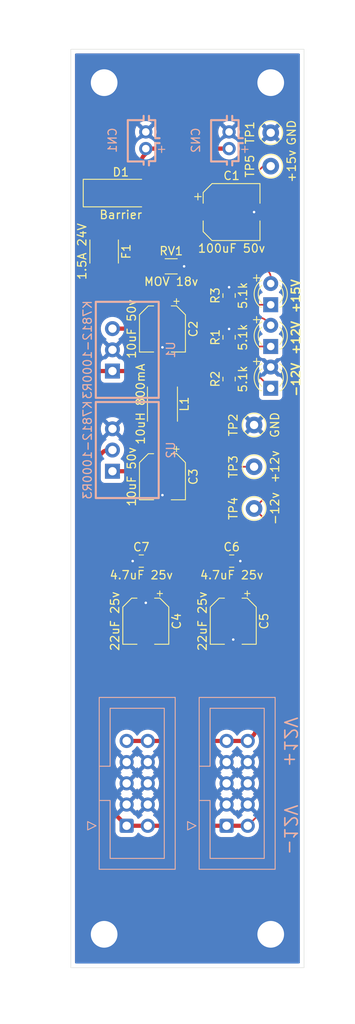
<source format=kicad_pcb>
(kicad_pcb (version 20241229) (generator "pcbnew") (generator_version "9.0")
  (layers (0 "F.Cu" signal) (2 "B.Cu" signal) (13 "F.Paste" user) (15 "B.Paste" user) (5 "F.SilkS" user "F.Silkscreen") (7 "B.SilkS" user "B.Silkscreen") (1 "F.Mask" user) (3 "B.Mask" user) (25 "Edge.Cuts" user))
  (net 0 "")
  (net 1 "GND")
  (net 2 "+15V")
  (net 3 "Net-(U2-Vin)")
  (net 4 "-12V")
  (net 5 "+12V")
  (net 6 "VIN")
  (net 7 "Net-(D1-K)")
  (net 8 "Net-(D2-K)")
  (net 9 "Net-(D3-K)")
  (net 10 "Net-(D4-K)")
  (footprint "TestPoint:TestPoint_Keystone_5000-5004_Miniature" (layer "F.Cu") (at 74 60 90)
    (property "Reference" "TP1" (at 0 -2.5 90) (layer "F.SilkS"))
    (property "Value" "GND" (at 0 2.5 90) (layer "F.SilkS"))
    (fp_circle (center 0 0) (end 1.4 0) (stroke (width 0.12)) (fill no) (layer "F.SilkS"))
    (pad "1" thru_hole circle (at 0 0 90) (size 2 2) (drill 1) (layers "*.Cu" "*.Mask") (net 1 "GND"))
  )
  (footprint "LED_THT:LED_D3.0mm" (layer "F.Cu") (at 74 85.6 90)
    (property "Reference" "D2" (hide yes))
    (property "Value" "LED" (hide yes))
    (fp_line (start -0.29 -1.236) (end -0.29 -1.08) (stroke (width 0.12)) (layer "F.SilkS"))
    (fp_line (start -0.29 1.08) (end -0.29 1.236) (stroke (width 0.12)) (layer "F.SilkS"))
    (fp_arc (start -0.29 -1.235516) (mid 1.36566 -1.987699) (end 2.941437 -1.08) (stroke (width 0.12)) (layer "F.SilkS"))
    (fp_arc (start 0.229039 -1.08) (mid 1.27 -1.5) (end 2.310961 -1.08) (stroke (width 0.12)) (layer "F.SilkS"))
    (fp_arc (start 2.941437 1.08) (mid 1.36566 1.987699) (end -0.29 1.235516) (stroke (width 0.12)) (layer "F.SilkS"))
    (fp_arc (start 2.310961 1.08) (mid 1.27 1.5) (end 0.229039 1.08) (stroke (width 0.12)) (layer "F.SilkS"))
    (pad "1" thru_hole rect (at 0 0 90) (size 1.8 1.8) (drill 0.9) (layers "*.Cu" "*.Mask") (net 8 "Net-(D2-K)"))
    (pad "2" thru_hole circle (at 2.54 0 90) (size 1.8 1.8) (drill 0.9) (layers "*.Cu" "*.Mask") (net 5 "+12V"))
  )
  (footprint "TestPoint:TestPoint_Keystone_5000-5004_Miniature" (layer "F.Cu") (at 74 64 90)
    (property "Reference" "TP5" (at 0 -2.5 90) (layer "F.SilkS"))
    (property "Value" "+15v" (at 0 2.5 90) (layer "F.SilkS"))
    (fp_circle (center 0 0) (end 1.4 0) (stroke (width 0.12)) (fill no) (layer "F.SilkS"))
    (pad "1" thru_hole circle (at 0 0 90) (size 2 2) (drill 1) (layers "*.Cu" "*.Mask") (net 2 "+15V"))
  )
  (footprint "MountingHole:MountingHole_3.2mm_M3_Pad" (layer "F.Cu") (at 74 54)
    (property "Reference" "H2" (hide yes))
    (property "Value" "~" (hide yes))
    (pad "1" thru_hole circle (at 0 0) (size 6.4 6.4) (drill 3.2) (layers "*.Cu" "*.Mask") (net 1 "GND"))
  )
  (footprint "Capacitor_SMD:CP_Elec_5x5.4" (layer "F.Cu") (at 69.5 118.5 -90)
    (property "Reference" "C5" (at 0 -3.7 90) (layer "F.SilkS"))
    (property "Value" "22uF 25v" (at 0 3.7 90) (layer "F.SilkS"))
    (fp_line (start -1.695563 2.76) (end 2.76 2.76) (stroke (width 0.12)) (layer "F.SilkS"))
    (fp_line (start 2.76 2.76) (end 2.76 1.06) (stroke (width 0.12)) (layer "F.SilkS"))
    (fp_line (start -2.76 1.695563) (end -1.695563 2.76) (stroke (width 0.12)) (layer "F.SilkS"))
    (fp_line (start -2.76 1.695563) (end -2.76 1.06) (stroke (width 0.12)) (layer "F.SilkS"))
    (fp_line (start -3.625 -1.685) (end -3 -1.685) (stroke (width 0.12)) (layer "F.SilkS"))
    (fp_line (start -2.76 -1.695563) (end -2.76 -1.06) (stroke (width 0.12)) (layer "F.SilkS"))
    (fp_line (start -2.76 -1.695563) (end -1.695563 -2.76) (stroke (width 0.12)) (layer "F.SilkS"))
    (fp_line (start -3.3125 -1.9975) (end -3.3125 -1.3725) (stroke (width 0.12)) (layer "F.SilkS"))
    (fp_line (start -1.695563 -2.76) (end 2.76 -2.76) (stroke (width 0.12)) (layer "F.SilkS"))
    (fp_line (start 2.76 -2.76) (end 2.76 -1.06) (stroke (width 0.12)) (layer "F.SilkS"))
    (pad "1" smd roundrect (at -2.2 0 270) (size 3 1.6) (layers "F.Cu" "F.Mask" "F.Paste") (roundrect_rratio 0.15625) (net 5 "+12V"))
    (pad "2" smd roundrect (at 2.2 0 270) (size 3 1.6) (layers "F.Cu" "F.Mask" "F.Paste") (roundrect_rratio 0.15625) (net 1 "GND"))
  )
  (footprint "Resistor_SMD:R_0805_2012Metric_Pad1.20x1.40mm_HandSolder" (layer "F.Cu") (at 69 79.5 90)
    (property "Reference" "R3" (at 0 -1.65 90) (layer "F.SilkS"))
    (property "Value" "5.1k" (at 0 1.65 90) (layer "F.SilkS"))
    (fp_line (start -0.227064 -0.735) (end 0.227064 -0.735) (stroke (width 0.12)) (layer "F.SilkS"))
    (fp_line (start -0.227064 0.735) (end 0.227064 0.735) (stroke (width 0.12)) (layer "F.SilkS"))
    (pad "1" smd roundrect (at -1 0 90) (size 1.2 1.4) (layers "F.Cu" "F.Mask" "F.Paste") (roundrect_rratio 0.208333) (net 10 "Net-(D4-K)"))
    (pad "2" smd roundrect (at 1 0 90) (size 1.2 1.4) (layers "F.Cu" "F.Mask" "F.Paste") (roundrect_rratio 0.208333) (net 1 "GND"))
  )
  (footprint "Capacitor_SMD:CP_Elec_5x5.4" (layer "F.Cu") (at 59 118.5 -90)
    (property "Reference" "C4" (at 0 -3.7 90) (layer "F.SilkS"))
    (property "Value" "22uF 25v" (at 0 3.7 90) (layer "F.SilkS"))
    (fp_line (start -1.695563 2.76) (end 2.76 2.76) (stroke (width 0.12)) (layer "F.SilkS"))
    (fp_line (start 2.76 2.76) (end 2.76 1.06) (stroke (width 0.12)) (layer "F.SilkS"))
    (fp_line (start -2.76 1.695563) (end -1.695563 2.76) (stroke (width 0.12)) (layer "F.SilkS"))
    (fp_line (start -2.76 1.695563) (end -2.76 1.06) (stroke (width 0.12)) (layer "F.SilkS"))
    (fp_line (start -3.625 -1.685) (end -3 -1.685) (stroke (width 0.12)) (layer "F.SilkS"))
    (fp_line (start -2.76 -1.695563) (end -2.76 -1.06) (stroke (width 0.12)) (layer "F.SilkS"))
    (fp_line (start -2.76 -1.695563) (end -1.695563 -2.76) (stroke (width 0.12)) (layer "F.SilkS"))
    (fp_line (start -3.3125 -1.9975) (end -3.3125 -1.3725) (stroke (width 0.12)) (layer "F.SilkS"))
    (fp_line (start -1.695563 -2.76) (end 2.76 -2.76) (stroke (width 0.12)) (layer "F.SilkS"))
    (fp_line (start 2.76 -2.76) (end 2.76 -1.06) (stroke (width 0.12)) (layer "F.SilkS"))
    (pad "1" smd roundrect (at -2.2 0 270) (size 3 1.6) (layers "F.Cu" "F.Mask" "F.Paste") (roundrect_rratio 0.15625) (net 1 "GND"))
    (pad "2" smd roundrect (at 2.2 0 270) (size 3 1.6) (layers "F.Cu" "F.Mask" "F.Paste") (roundrect_rratio 0.15625) (net 4 "-12V"))
  )
  (footprint "Capacitor_SMD:CP_Elec_5x5.4" (layer "F.Cu") (at 61 101.2 -90)
    (property "Reference" "C3" (at 0 -3.7 90) (layer "F.SilkS"))
    (property "Value" "10uF 50v" (at 0 3.7 90) (layer "F.SilkS"))
    (fp_line (start -1.695563 2.76) (end 2.76 2.76) (stroke (width 0.12)) (layer "F.SilkS"))
    (fp_line (start 2.76 2.76) (end 2.76 1.06) (stroke (width 0.12)) (layer "F.SilkS"))
    (fp_line (start -2.76 1.695563) (end -1.695563 2.76) (stroke (width 0.12)) (layer "F.SilkS"))
    (fp_line (start -2.76 1.695563) (end -2.76 1.06) (stroke (width 0.12)) (layer "F.SilkS"))
    (fp_line (start -3.625 -1.685) (end -3 -1.685) (stroke (width 0.12)) (layer "F.SilkS"))
    (fp_line (start -2.76 -1.695563) (end -2.76 -1.06) (stroke (width 0.12)) (layer "F.SilkS"))
    (fp_line (start -2.76 -1.695563) (end -1.695563 -2.76) (stroke (width 0.12)) (layer "F.SilkS"))
    (fp_line (start -3.3125 -1.9975) (end -3.3125 -1.3725) (stroke (width 0.12)) (layer "F.SilkS"))
    (fp_line (start -1.695563 -2.76) (end 2.76 -2.76) (stroke (width 0.12)) (layer "F.SilkS"))
    (fp_line (start 2.76 -2.76) (end 2.76 -1.06) (stroke (width 0.12)) (layer "F.SilkS"))
    (pad "1" smd roundrect (at -2.2 0 270) (size 3 1.6) (layers "F.Cu" "F.Mask" "F.Paste") (roundrect_rratio 0.15625) (net 3 "Net-(U2-Vin)"))
    (pad "2" smd roundrect (at 2.2 0 270) (size 3 1.6) (layers "F.Cu" "F.Mask" "F.Paste") (roundrect_rratio 0.15625) (net 1 "GND"))
  )
  (footprint "Resistor_SMD:R_0805_2012Metric_Pad1.20x1.40mm_HandSolder" (layer "F.Cu") (at 69 84.5 90)
    (property "Reference" "R1" (at 0 -1.65 90) (layer "F.SilkS"))
    (property "Value" "5.1k" (at 0 1.65 90) (layer "F.SilkS"))
    (fp_line (start -0.227064 -0.735) (end 0.227064 -0.735) (stroke (width 0.12)) (layer "F.SilkS"))
    (fp_line (start -0.227064 0.735) (end 0.227064 0.735) (stroke (width 0.12)) (layer "F.SilkS"))
    (pad "1" smd roundrect (at -1 0 90) (size 1.2 1.4) (layers "F.Cu" "F.Mask" "F.Paste") (roundrect_rratio 0.208333) (net 8 "Net-(D2-K)"))
    (pad "2" smd roundrect (at 1 0 90) (size 1.2 1.4) (layers "F.Cu" "F.Mask" "F.Paste") (roundrect_rratio 0.208333) (net 1 "GND"))
  )
  (footprint "Capacitor_SMD:CP_Elec_6.3x7.7" (layer "F.Cu") (at 69.3 69.5)
    (property "Reference" "C1" (at 0 -4.35 0) (layer "F.SilkS"))
    (property "Value" "100uF 50v" (at 0 4.35 0) (layer "F.SilkS"))
    (fp_line (start -4.4375 -1.8475) (end -3.65 -1.8475) (stroke (width 0.12)) (layer "F.SilkS"))
    (fp_line (start -4.04375 -2.24125) (end -4.04375 -1.45375) (stroke (width 0.12)) (layer "F.SilkS"))
    (fp_line (start -3.41 -2.345563) (end -3.41 -1.06) (stroke (width 0.12)) (layer "F.SilkS"))
    (fp_line (start -3.41 -2.345563) (end -2.345563 -3.41) (stroke (width 0.12)) (layer "F.SilkS"))
    (fp_line (start -3.41 2.345563) (end -3.41 1.06) (stroke (width 0.12)) (layer "F.SilkS"))
    (fp_line (start -3.41 2.345563) (end -2.345563 3.41) (stroke (width 0.12)) (layer "F.SilkS"))
    (fp_line (start -2.345563 -3.41) (end 3.41 -3.41) (stroke (width 0.12)) (layer "F.SilkS"))
    (fp_line (start -2.345563 3.41) (end 3.41 3.41) (stroke (width 0.12)) (layer "F.SilkS"))
    (fp_line (start 3.41 -3.41) (end 3.41 -1.06) (stroke (width 0.12)) (layer "F.SilkS"))
    (fp_line (start 3.41 3.41) (end 3.41 1.06) (stroke (width 0.12)) (layer "F.SilkS"))
    (pad "1" smd roundrect (at -2.7 0) (size 3.5 1.6) (layers "F.Cu" "F.Mask" "F.Paste") (roundrect_rratio 0.15625) (net 2 "+15V"))
    (pad "2" smd roundrect (at 2.7 0) (size 3.5 1.6) (layers "F.Cu" "F.Mask" "F.Paste") (roundrect_rratio 0.15625) (net 1 "GND"))
  )
  (footprint "MountingHole:MountingHole_3.2mm_M3_Pad" (layer "F.Cu") (at 54 54)
    (property "Reference" "H1" (hide yes))
    (property "Value" "~" (hide yes))
    (pad "1" thru_hole circle (at 0 0) (size 6.4 6.4) (drill 3.2) (layers "*.Cu" "*.Mask") (net 1 "GND"))
  )
  (footprint "TestPoint:TestPoint_Keystone_5000-5004_Miniature" (layer "F.Cu") (at 72 105 90)
    (property "Reference" "TP4" (at 0 -2.5 90) (layer "F.SilkS"))
    (property "Value" "-12v" (at 0 2.5 90) (layer "F.SilkS"))
    (fp_circle (center 0 0) (end 1.4 0) (stroke (width 0.12)) (fill no) (layer "F.SilkS"))
    (pad "1" thru_hole circle (at 0 0 90) (size 2 2) (drill 1) (layers "*.Cu" "*.Mask") (net 4 "-12V"))
  )
  (footprint "MountingHole:MountingHole_3.2mm_M3_Pad" (layer "F.Cu") (at 74 156)
    (property "Reference" "H4" (hide yes))
    (property "Value" "~")
    (pad "1" thru_hole circle (at 0 0) (size 6.4 6.4) (drill 3.2) (layers "*.Cu" "*.Mask") (net 1 "GND"))
  )
  (footprint "Capacitor_SMD:CP_Elec_5x5.4" (layer "F.Cu") (at 61 83.5 -90)
    (property "Reference" "C2" (at 0 -3.7 90) (layer "F.SilkS"))
    (property "Value" "10uF 50v" (at 0 3.7 90) (layer "F.SilkS"))
    (fp_line (start -1.695563 2.76) (end 2.76 2.76) (stroke (width 0.12)) (layer "F.SilkS"))
    (fp_line (start 2.76 2.76) (end 2.76 1.06) (stroke (width 0.12)) (layer "F.SilkS"))
    (fp_line (start -2.76 1.695563) (end -1.695563 2.76) (stroke (width 0.12)) (layer "F.SilkS"))
    (fp_line (start -2.76 1.695563) (end -2.76 1.06) (stroke (width 0.12)) (layer "F.SilkS"))
    (fp_line (start -3.625 -1.685) (end -3 -1.685) (stroke (width 0.12)) (layer "F.SilkS"))
    (fp_line (start -2.76 -1.695563) (end -2.76 -1.06) (stroke (width 0.12)) (layer "F.SilkS"))
    (fp_line (start -2.76 -1.695563) (end -1.695563 -2.76) (stroke (width 0.12)) (layer "F.SilkS"))
    (fp_line (start -3.3125 -1.9975) (end -3.3125 -1.3725) (stroke (width 0.12)) (layer "F.SilkS"))
    (fp_line (start -1.695563 -2.76) (end 2.76 -2.76) (stroke (width 0.12)) (layer "F.SilkS"))
    (fp_line (start 2.76 -2.76) (end 2.76 -1.06) (stroke (width 0.12)) (layer "F.SilkS"))
    (pad "1" smd roundrect (at -2.2 0 270) (size 3 1.6) (layers "F.Cu" "F.Mask" "F.Paste") (roundrect_rratio 0.15625) (net 2 "+15V"))
    (pad "2" smd roundrect (at 2.2 0 270) (size 3 1.6) (layers "F.Cu" "F.Mask" "F.Paste") (roundrect_rratio 0.15625) (net 1 "GND"))
  )
  (footprint "TestPoint:TestPoint_Keystone_5000-5004_Miniature" (layer "F.Cu") (at 72 95 90)
    (property "Reference" "TP2" (at 0 -2.5 90) (layer "F.SilkS"))
    (property "Value" "GND" (at 0 2.5 90) (layer "F.SilkS"))
    (fp_circle (center 0 0) (end 1.4 0) (stroke (width 0.12)) (fill no) (layer "F.SilkS"))
    (pad "1" thru_hole circle (at 0 0 90) (size 2 2) (drill 1) (layers "*.Cu" "*.Mask") (net 1 "GND"))
  )
  (footprint "TestPoint:TestPoint_Keystone_5000-5004_Miniature" (layer "F.Cu") (at 72 100 90)
    (property "Reference" "TP3" (at 0 -2.5 90) (layer "F.SilkS"))
    (property "Value" "+12v" (at 0 2.5 90) (layer "F.SilkS"))
    (fp_circle (center 0 0) (end 1.4 0) (stroke (width 0.12)) (fill no) (layer "F.SilkS"))
    (pad "1" thru_hole circle (at 0 0 90) (size 2 2) (drill 1) (layers "*.Cu" "*.Mask") (net 5 "+12V"))
  )
  (footprint "LED_THT:LED_D3.0mm" (layer "F.Cu") (at 74 90.6 90)
    (property "Reference" "D3" (hide yes))
    (property "Value" "LED" (hide yes))
    (fp_line (start -0.29 -1.236) (end -0.29 -1.08) (stroke (width 0.12)) (layer "F.SilkS"))
    (fp_line (start -0.29 1.08) (end -0.29 1.236) (stroke (width 0.12)) (layer "F.SilkS"))
    (fp_arc (start -0.29 -1.235516) (mid 1.36566 -1.987699) (end 2.941437 -1.08) (stroke (width 0.12)) (layer "F.SilkS"))
    (fp_arc (start 0.229039 -1.08) (mid 1.27 -1.5) (end 2.310961 -1.08) (stroke (width 0.12)) (layer "F.SilkS"))
    (fp_arc (start 2.941437 1.08) (mid 1.36566 1.987699) (end -0.29 1.235516) (stroke (width 0.12)) (layer "F.SilkS"))
    (fp_arc (start 2.310961 1.08) (mid 1.27 1.5) (end 0.229039 1.08) (stroke (width 0.12)) (layer "F.SilkS"))
    (pad "1" thru_hole rect (at 0 0 90) (size 1.8 1.8) (drill 0.9) (layers "*.Cu" "*.Mask") (net 9 "Net-(D3-K)"))
    (pad "2" thru_hole circle (at 2.54 0 90) (size 1.8 1.8) (drill 0.9) (layers "*.Cu" "*.Mask") (net 1 "GND"))
  )
  (footprint "LED_THT:LED_D3.0mm" (layer "F.Cu") (at 74 80.6 90)
    (property "Reference" "D4" (hide yes))
    (property "Value" "LED" (hide yes))
    (fp_line (start -0.29 -1.236) (end -0.29 -1.08) (stroke (width 0.12)) (layer "F.SilkS"))
    (fp_line (start -0.29 1.08) (end -0.29 1.236) (stroke (width 0.12)) (layer "F.SilkS"))
    (fp_arc (start -0.29 -1.235516) (mid 1.36566 -1.987699) (end 2.941437 -1.08) (stroke (width 0.12)) (layer "F.SilkS"))
    (fp_arc (start 0.229039 -1.08) (mid 1.27 -1.5) (end 2.310961 -1.08) (stroke (width 0.12)) (layer "F.SilkS"))
    (fp_arc (start 2.941437 1.08) (mid 1.36566 1.987699) (end -0.29 1.235516) (stroke (width 0.12)) (layer "F.SilkS"))
    (fp_arc (start 2.310961 1.08) (mid 1.27 1.5) (end 0.229039 1.08) (stroke (width 0.12)) (layer "F.SilkS"))
    (pad "1" thru_hole rect (at 0 0 90) (size 1.8 1.8) (drill 0.9) (layers "*.Cu" "*.Mask") (net 10 "Net-(D4-K)"))
    (pad "2" thru_hole circle (at 2.54 0 90) (size 1.8 1.8) (drill 0.9) (layers "*.Cu" "*.Mask") (net 2 "+15V"))
  )
  (footprint "PSU_Parts:L_muRata_LQH3NPZ100MMEL_HandSolder" (layer "F.Cu") (at 61 92.5 -90)
    (property "Reference" "L1" (at 0 -2.63 90) (layer "F.SilkS"))
    (property "Value" "10uH 800mA" (at 0 2.63 90) (layer "F.SilkS"))
    (fp_line (start -2.052064 1.8) (end 2.052064 1.8) (stroke (width 0.12)) (layer "F.SilkS"))
    (fp_line (start -2.052064 -1.8) (end 2.052064 -1.8) (stroke (width 0.12)) (layer "F.SilkS"))
    (pad "1" smd roundrect (at -1.4 0 270) (size 1.525 3.35) (layers "F.Cu" "F.Mask" "F.Paste") (roundrect_rratio 0.163934) (net 2 "+15V"))
    (pad "2" smd roundrect (at 1.4 0 270) (size 1.525 3.35) (layers "F.Cu" "F.Mask" "F.Paste") (roundrect_rratio 0.163934) (net 3 "Net-(U2-Vin)"))
  )
  (footprint "Capacitor_SMD:C_0805_2012Metric_Pad1.18x1.45mm_HandSolder" (layer "F.Cu") (at 58.4625 111.3)
    (property "Reference" "C7" (at 0 -1.68 0) (layer "F.SilkS"))
    (property "Value" "4.7uF 25v" (at 0 1.68 0) (layer "F.SilkS"))
    (fp_line (start -0.261252 -0.735) (end 0.261252 -0.735) (stroke (width 0.12)) (layer "F.SilkS"))
    (fp_line (start -0.261252 0.735) (end 0.261252 0.735) (stroke (width 0.12)) (layer "F.SilkS"))
    (pad "1" smd roundrect (at -1.0375 0) (size 1.175 1.45) (layers "F.Cu" "F.Mask" "F.Paste") (roundrect_rratio 0.212766) (net 1 "GND"))
    (pad "2" smd roundrect (at 1.0375 0) (size 1.175 1.45) (layers "F.Cu" "F.Mask" "F.Paste") (roundrect_rratio 0.212766) (net 4 "-12V"))
  )
  (footprint "Resistor_SMD:R_0805_2012Metric_Pad1.20x1.40mm_HandSolder" (layer "F.Cu") (at 69 89.5 90)
    (property "Reference" "R2" (at 0 -1.65 90) (layer "F.SilkS"))
    (property "Value" "5.1k" (at 0 1.65 90) (layer "F.SilkS"))
    (fp_line (start -0.227064 -0.735) (end 0.227064 -0.735) (stroke (width 0.12)) (layer "F.SilkS"))
    (fp_line (start -0.227064 0.735) (end 0.227064 0.735) (stroke (width 0.12)) (layer "F.SilkS"))
    (pad "1" smd roundrect (at -1 0 90) (size 1.2 1.4) (layers "F.Cu" "F.Mask" "F.Paste") (roundrect_rratio 0.208333) (net 4 "-12V"))
    (pad "2" smd roundrect (at 1 0 90) (size 1.2 1.4) (layers "F.Cu" "F.Mask" "F.Paste") (roundrect_rratio 0.208333) (net 9 "Net-(D3-K)"))
  )
  (footprint "Diode_SMD:D_SMA_Handsoldering" (layer "F.Cu") (at 56 67.225)
    (property "Reference" "D1" (at 0 -2.5 0) (layer "F.SilkS"))
    (property "Value" "Barrier" (at 0 2.6 0) (layer "F.SilkS"))
    (fp_line (start -4.51 -1.65) (end -4.51 1.65) (stroke (width 0.12)) (layer "F.SilkS"))
    (fp_line (start -4.51 -1.65) (end 2.5 -1.65) (stroke (width 0.12)) (layer "F.SilkS"))
    (fp_line (start -4.51 1.65) (end 2.5 1.65) (stroke (width 0.12)) (layer "F.SilkS"))
    (pad "1" smd roundrect (at -2.5 0) (size 3.5 1.8) (layers "F.Cu" "F.Mask" "F.Paste") (roundrect_rratio 0.1388888889) (net 7 "Net-(D1-K)"))
    (pad "2" smd roundrect (at 2.5 0) (size 3.5 1.8) (layers "F.Cu" "F.Mask" "F.Paste") (roundrect_rratio 0.1388888889) (net 6 "VIN"))
  )
  (footprint "MountingHole:MountingHole_3.2mm_M3_Pad" (layer "F.Cu") (at 54 156)
    (property "Reference" "H3" (hide yes))
    (property "Value" "~")
    (pad "1" thru_hole circle (at 0 0) (size 6.4 6.4) (drill 3.2) (layers "*.Cu" "*.Mask") (net 1 "GND"))
  )
  (footprint "Capacitor_SMD:C_0805_2012Metric_Pad1.18x1.45mm_HandSolder" (layer "F.Cu") (at 69.3125 111.3)
    (property "Reference" "C6" (at 0 -1.68 0) (layer "F.SilkS"))
    (property "Value" "4.7uF 25v" (at 0 1.68 0) (layer "F.SilkS"))
    (fp_line (start -0.261252 -0.735) (end 0.261252 -0.735) (stroke (width 0.12)) (layer "F.SilkS"))
    (fp_line (start -0.261252 0.735) (end 0.261252 0.735) (stroke (width 0.12)) (layer "F.SilkS"))
    (pad "1" smd roundrect (at -1.0375 0) (size 1.175 1.45) (layers "F.Cu" "F.Mask" "F.Paste") (roundrect_rratio 0.212766) (net 5 "+12V"))
    (pad "2" smd roundrect (at 1.0375 0) (size 1.175 1.45) (layers "F.Cu" "F.Mask" "F.Paste") (roundrect_rratio 0.212766) (net 1 "GND"))
  )
  (footprint "Fuse:Fuse_1812_4532Metric_Pad1.30x3.40mm_HandSolder" (layer "F.Cu") (at 54 74.225 -90)
    (property "Reference" "F1" (at 0 -2.65 90) (layer "F.SilkS"))
    (property "Value" "1.5A 24V" (at 0 2.65 90) (layer "F.SilkS"))
    (fp_line (start -1.386252 1.71) (end 1.386252 1.71) (stroke (width 0.12)) (layer "F.SilkS"))
    (fp_line (start -1.386252 -1.71) (end 1.386252 -1.71) (stroke (width 0.12)) (layer "F.SilkS"))
    (pad "1" smd roundrect (at -2.225 0 270) (size 1.3 3.4) (layers "F.Cu" "F.Mask" "F.Paste") (roundrect_rratio 0.192308) (net 7 "Net-(D1-K)"))
    (pad "2" smd roundrect (at 2.225 0 270) (size 1.3 3.4) (layers "F.Cu" "F.Mask" "F.Paste") (roundrect_rratio 0.192308) (net 2 "+15V"))
  )
  (footprint "Resistor_SMD:R_1206_3216Metric_Pad1.30x1.75mm_HandSolder" (layer "F.Cu") (at 62.05 76)
    (property "Reference" "RV1" (at 0 -1.83 0) (layer "F.SilkS"))
    (property "Value" "MOV 18v" (at 0 1.83 0) (layer "F.SilkS"))
    (fp_line (start -0.727064 -0.91) (end 0.727064 -0.91) (stroke (width 0.12)) (layer "F.SilkS"))
    (fp_line (start -0.727064 0.91) (end 0.727064 0.91) (stroke (width 0.12)) (layer "F.SilkS"))
    (pad "1" smd roundrect (at -1.55 0) (size 1.3 1.75) (layers "F.Cu" "F.Mask" "F.Paste") (roundrect_rratio 0.192308) (net 2 "+15V"))
    (pad "2" smd roundrect (at 1.55 0) (size 1.3 1.75) (layers "F.Cu" "F.Mask" "F.Paste") (roundrect_rratio 0.192308) (net 1 "GND"))
  )
  (footprint "easyeda2kicad:CONN-TH_B2B-PH-K-S" (layer "B.Cu") (at 69 60.9 -90)
    (property "Reference" "CN2" (at 0 4 90) (layer "B.SilkS") (effects (justify mirror)))
    (property "Value" "JST PH 2 pin male" (hide yes))
    (fp_line (start -2.41 2.16) (end 2.54 2.16) (stroke (width 0.25)) (layer "B.SilkS"))
    (fp_line (start 2.54 2.16) (end 2.54 0.26) (stroke (width 0.25)) (layer "B.SilkS"))
    (fp_line (start -2.92 0.26) (end -2.41 0.26) (stroke (width 0.25)) (layer "B.SilkS"))
    (fp_line (start -2.41 0.26) (end -2.41 2.16) (stroke (width 0.25)) (layer "B.SilkS"))
    (fp_line (start 2.54 0.26) (end 2.93 0.26) (stroke (width 0.25)) (layer "B.SilkS"))
    (fp_line (start -2.92 -0.38) (end -2.41 -0.38) (stroke (width 0.25)) (layer "B.SilkS"))
    (fp_line (start -2.41 -0.38) (end -2.41 -1.14) (stroke (width 0.25)) (layer "B.SilkS"))
    (fp_line (start 2.5 -0.38) (end 2.5 -1.14) (stroke (width 0.25)) (layer "B.SilkS"))
    (fp_line (start 3.01 -0.38) (end 2.5 -0.38) (stroke (width 0.25)) (layer "B.SilkS"))
    (fp_line (start -2.41 -1.14) (end -0.25 -1.14) (stroke (width 0.25)) (layer "B.SilkS"))
    (fp_line (start -0.25 -1.14) (end -0.25 -1.65) (stroke (width 0.25)) (layer "B.SilkS"))
    (fp_line (start 0.34 -1.14) (end 0.34 -1.65) (stroke (width 0.25)) (layer "B.SilkS"))
    (fp_line (start 2.5 -1.14) (end 0.34 -1.14) (stroke (width 0.25)) (layer "B.SilkS"))
    (pad "1" thru_hole circle (at 1 0 90) (size 1.6 1.6) (drill 0.900024) (layers "*.Cu" "*.Mask") (net 6 "VIN"))
    (pad "2" thru_hole circle (at -1 0 90) (size 1.6 1.6) (drill 0.900024) (layers "*.Cu" "*.Mask") (net 1 "GND"))
  )
  (footprint "easyeda2kicad:PWRM-TH_K7812-1000R3" (layer "B.Cu") (at 55 98 90)
    (property "Reference" "U2" (at 0 7 90) (layer "B.SilkS") (effects (justify mirror)))
    (property "Value" "K7812-1000R3" (at 0 -3 90) (layer "B.SilkS") (effects (justify mirror)))
    (fp_line (start 5.75 -2) (end 5.75 5.55) (stroke (width 0.25)) (layer "B.SilkS"))
    (fp_line (start -5.75 -2) (end 5.75 -2) (stroke (width 0.25)) (layer "B.SilkS"))
    (fp_line (start -5.75 -2) (end -5.75 5.55) (stroke (width 0.25)) (layer "B.SilkS"))
    (fp_line (start -5.75 5.55) (end 5.75 5.55) (stroke (width 0.25)) (layer "B.SilkS"))
    (pad "1" thru_hole rect (at -2.54 0 270) (size 1.8 1.8) (drill 0.999998) (layers "*.Cu" "*.Mask") (net 3 "Net-(U2-Vin)"))
    (pad "2" thru_hole circle (at 0 0 270) (size 1.8 1.8) (drill 0.999998) (layers "*.Cu" "*.Mask") (net 4 "-12V"))
    (pad "3" thru_hole circle (at 2.54 0 270) (size 1.8 1.8) (drill 0.999998) (layers "*.Cu" "*.Mask") (net 1 "GND"))
  )
  (footprint "easyeda2kicad:PWRM-TH_K7812-1000R3" (layer "B.Cu") (at 55 86 90)
    (property "Reference" "U1" (at 0 7 90) (layer "B.SilkS") (effects (justify mirror)))
    (property "Value" "K7812-1000R3" (at 0 -3 90) (layer "B.SilkS") (effects (justify mirror)))
    (fp_line (start 5.75 -2) (end 5.75 5.55) (stroke (width 0.25)) (layer "B.SilkS"))
    (fp_line (start -5.75 -2) (end 5.75 -2) (stroke (width 0.25)) (layer "B.SilkS"))
    (fp_line (start -5.75 -2) (end -5.75 5.55) (stroke (width 0.25)) (layer "B.SilkS"))
    (fp_line (start -5.75 5.55) (end 5.75 5.55) (stroke (width 0.25)) (layer "B.SilkS"))
    (pad "1" thru_hole rect (at -2.54 0 270) (size 1.8 1.8) (drill 0.999998) (layers "*.Cu" "*.Mask") (net 2 "+15V"))
    (pad "2" thru_hole circle (at 0 0 270) (size 1.8 1.8) (drill 0.999998) (layers "*.Cu" "*.Mask") (net 1 "GND"))
    (pad "3" thru_hole circle (at 2.54 0 270) (size 1.8 1.8) (drill 0.999998) (layers "*.Cu" "*.Mask") (net 5 "+12V"))
  )
  (footprint "easyeda2kicad:CONN-TH_B2B-PH-K-S" (layer "B.Cu") (at 59 60.9 -90)
    (property "Reference" "CN1" (at 0 4 90) (layer "B.SilkS") (effects (justify mirror)))
    (property "Value" "JST PH 2 pin male" (hide yes))
    (fp_line (start -2.41 2.16) (end 2.54 2.16) (stroke (width 0.25)) (layer "B.SilkS"))
    (fp_line (start 2.54 2.16) (end 2.54 0.26) (stroke (width 0.25)) (layer "B.SilkS"))
    (fp_line (start -2.92 0.26) (end -2.41 0.26) (stroke (width 0.25)) (layer "B.SilkS"))
    (fp_line (start -2.41 0.26) (end -2.41 2.16) (stroke (width 0.25)) (layer "B.SilkS"))
    (fp_line (start 2.54 0.26) (end 2.93 0.26) (stroke (width 0.25)) (layer "B.SilkS"))
    (fp_line (start -2.92 -0.38) (end -2.41 -0.38) (stroke (width 0.25)) (layer "B.SilkS"))
    (fp_line (start -2.41 -0.38) (end -2.41 -1.14) (stroke (width 0.25)) (layer "B.SilkS"))
    (fp_line (start 2.5 -0.38) (end 2.5 -1.14) (stroke (width 0.25)) (layer "B.SilkS"))
    (fp_line (start 3.01 -0.38) (end 2.5 -0.38) (stroke (width 0.25)) (layer "B.SilkS"))
    (fp_line (start -2.41 -1.14) (end -0.25 -1.14) (stroke (width 0.25)) (layer "B.SilkS"))
    (fp_line (start -0.25 -1.14) (end -0.25 -1.65) (stroke (width 0.25)) (layer "B.SilkS"))
    (fp_line (start 0.34 -1.14) (end 0.34 -1.65) (stroke (width 0.25)) (layer "B.SilkS"))
    (fp_line (start 2.5 -1.14) (end 0.34 -1.14) (stroke (width 0.25)) (layer "B.SilkS"))
    (pad "1" thru_hole circle (at 1 0 90) (size 1.6 1.6) (drill 0.900024) (layers "*.Cu" "*.Mask") (net 6 "VIN"))
    (pad "2" thru_hole circle (at -1 0 90) (size 1.6 1.6) (drill 0.900024) (layers "*.Cu" "*.Mask") (net 1 "GND"))
  )
  (footprint "Connector_IDC:IDC-Header_2x05_P2.54mm_Vertical" (layer "B.Cu") (at 68.7 143)
    (property "Reference" "J1" (hide yes))
    (property "Value" "IDC 2x5 male" (hide yes))
    (fp_line (start -4.68 -0.5) (end -3.68 0) (stroke (width 0.12)) (layer "B.SilkS"))
    (fp_line (start -4.68 0.5) (end -4.68 -0.5) (stroke (width 0.12)) (layer "B.SilkS"))
    (fp_line (start -3.68 0) (end -4.68 0.5) (stroke (width 0.12)) (layer "B.SilkS"))
    (fp_line (start -3.29 -15.37) (end -3.29 5.21) (stroke (width 0.12)) (layer "B.SilkS"))
    (fp_line (start -3.29 -3.03) (end -1.98 -3.03) (stroke (width 0.12)) (layer "B.SilkS"))
    (fp_line (start -3.29 5.21) (end 5.83 5.21) (stroke (width 0.12)) (layer "B.SilkS"))
    (fp_line (start -1.98 -14.07) (end -1.98 -7.13) (stroke (width 0.12)) (layer "B.SilkS"))
    (fp_line (start -1.98 -7.13) (end -3.29 -7.13) (stroke (width 0.12)) (layer "B.SilkS"))
    (fp_line (start -1.98 -3.03) (end -1.98 3.91) (stroke (width 0.12)) (layer "B.SilkS"))
    (fp_line (start -1.98 3.91) (end 4.52 3.91) (stroke (width 0.12)) (layer "B.SilkS"))
    (fp_line (start 4.52 -14.07) (end -1.98 -14.07) (stroke (width 0.12)) (layer "B.SilkS"))
    (fp_line (start 4.52 3.91) (end 4.52 -14.07) (stroke (width 0.12)) (layer "B.SilkS"))
    (fp_line (start 5.83 -15.37) (end -3.29 -15.37) (stroke (width 0.12)) (layer "B.SilkS"))
    (fp_line (start 5.83 5.21) (end 5.83 -15.37) (stroke (width 0.12)) (layer "B.SilkS"))
    (pad "1" thru_hole roundrect (at 0 0) (size 1.7 1.7) (drill 1) (layers "*.Cu" "*.Mask") (roundrect_rratio 0.147059) (net 4 "-12V"))
    (pad "2" thru_hole circle (at 2.54 0) (size 1.7 1.7) (drill 1) (layers "*.Cu" "*.Mask") (net 4 "-12V"))
    (pad "3" thru_hole circle (at 0 -2.54) (size 1.7 1.7) (drill 1) (layers "*.Cu" "*.Mask") (net 1 "GND"))
    (pad "4" thru_hole circle (at 2.54 -2.54) (size 1.7 1.7) (drill 1) (layers "*.Cu" "*.Mask") (net 1 "GND"))
    (pad "5" thru_hole circle (at 0 -5.08) (size 1.7 1.7) (drill 1) (layers "*.Cu" "*.Mask") (net 1 "GND"))
    (pad "6" thru_hole circle (at 2.54 -5.08) (size 1.7 1.7) (drill 1) (layers "*.Cu" "*.Mask") (net 1 "GND"))
    (pad "7" thru_hole circle (at 0 -7.62) (size 1.7 1.7) (drill 1) (layers "*.Cu" "*.Mask") (net 1 "GND"))
    (pad "8" thru_hole circle (at 2.54 -7.62) (size 1.7 1.7) (drill 1) (layers "*.Cu" "*.Mask") (net 1 "GND"))
    (pad "9" thru_hole circle (at 0 -10.16) (size 1.7 1.7) (drill 1) (layers "*.Cu" "*.Mask") (net 5 "+12V"))
    (pad "10" thru_hole circle (at 2.54 -10.16) (size 1.7 1.7) (drill 1) (layers "*.Cu" "*.Mask") (net 5 "+12V"))
  )
  (footprint "Connector_IDC:IDC-Header_2x05_P2.54mm_Vertical" (layer "B.Cu") (at 56.7 143)
    (property "Reference" "J2" (hide yes))
    (property "Value" "IDC 2x5 male" (hide yes))
    (fp_line (start -4.68 -0.5) (end -3.68 0) (stroke (width 0.12)) (layer "B.SilkS"))
    (fp_line (start -4.68 0.5) (end -4.68 -0.5) (stroke (width 0.12)) (layer "B.SilkS"))
    (fp_line (start -3.68 0) (end -4.68 0.5) (stroke (width 0.12)) (layer "B.SilkS"))
    (fp_line (start -3.29 -15.37) (end -3.29 5.21) (stroke (width 0.12)) (layer "B.SilkS"))
    (fp_line (start -3.29 -3.03) (end -1.98 -3.03) (stroke (width 0.12)) (layer "B.SilkS"))
    (fp_line (start -3.29 5.21) (end 5.83 5.21) (stroke (width 0.12)) (layer "B.SilkS"))
    (fp_line (start -1.98 -14.07) (end -1.98 -7.13) (stroke (width 0.12)) (layer "B.SilkS"))
    (fp_line (start -1.98 -7.13) (end -3.29 -7.13) (stroke (width 0.12)) (layer "B.SilkS"))
    (fp_line (start -1.98 -3.03) (end -1.98 3.91) (stroke (width 0.12)) (layer "B.SilkS"))
    (fp_line (start -1.98 3.91) (end 4.52 3.91) (stroke (width 0.12)) (layer "B.SilkS"))
    (fp_line (start 4.52 -14.07) (end -1.98 -14.07) (stroke (width 0.12)) (layer "B.SilkS"))
    (fp_line (start 4.52 3.91) (end 4.52 -14.07) (stroke (width 0.12)) (layer "B.SilkS"))
    (fp_line (start 5.83 -15.37) (end -3.29 -15.37) (stroke (width 0.12)) (layer "B.SilkS"))
    (fp_line (start 5.83 5.21) (end 5.83 -15.37) (stroke (width 0.12)) (layer "B.SilkS"))
    (pad "1" thru_hole roundrect (at 0 0) (size 1.7 1.7) (drill 1) (layers "*.Cu" "*.Mask") (roundrect_rratio 0.147059) (net 4 "-12V"))
    (pad "2" thru_hole circle (at 2.54 0) (size 1.7 1.7) (drill 1) (layers "*.Cu" "*.Mask") (net 4 "-12V"))
    (pad "3" thru_hole circle (at 0 -2.54) (size 1.7 1.7) (drill 1) (layers "*.Cu" "*.Mask") (net 1 "GND"))
    (pad "4" thru_hole circle (at 2.54 -2.54) (size 1.7 1.7) (drill 1) (layers "*.Cu" "*.Mask") (net 1 "GND"))
    (pad "5" thru_hole circle (at 0 -5.08) (size 1.7 1.7) (drill 1) (layers "*.Cu" "*.Mask") (net 1 "GND"))
    (pad "6" thru_hole circle (at 2.54 -5.08) (size 1.7 1.7) (drill 1) (layers "*.Cu" "*.Mask") (net 1 "GND"))
    (pad "7" thru_hole circle (at 0 -7.62) (size 1.7 1.7) (drill 1) (layers "*.Cu" "*.Mask") (net 1 "GND"))
    (pad "8" thru_hole circle (at 2.54 -7.62) (size 1.7 1.7) (drill 1) (layers "*.Cu" "*.Mask") (net 1 "GND"))
    (pad "9" thru_hole circle (at 0 -10.16) (size 1.7 1.7) (drill 1) (layers "*.Cu" "*.Mask") (net 5 "+12V"))
    (pad "10" thru_hole circle (at 2.54 -10.16) (size 1.7 1.7) (drill 1) (layers "*.Cu" "*.Mask") (net 5 "+12V"))
  )
  (gr_rect (start 50 50) (end 78 160) (stroke (width 0.05)) (fill no) (layer "Edge.Cuts"))
  (gr_text "-12V" (at 77.6 91.7 90) (layer "F.SilkS") (effects (font (size 1 1) (thickness 0.2) (bold yes)) (justify left bottom)))
  (gr_text "+" (at 71.6 87.9 0) (layer "F.SilkS") (effects (font (size 1 1) (thickness 0.125)) (justify left bottom)))
  (gr_text "+" (at 71.6 77.9 0) (layer "F.SilkS") (effects (font (size 1 1) (thickness 0.125)) (justify left bottom)))
  (gr_text "+15V" (at 77.6 81.7 90) (layer "F.SilkS") (effects (font (size 1 1) (thickness 0.2) (bold yes)) (justify left bottom)))
  (gr_text "+" (at 71.6 82.9 0) (layer "F.SilkS") (effects (font (size 1 1) (thickness 0.125)) (justify left bottom)))
  (gr_text "+12V" (at 77.6 86.7 90) (layer "F.SilkS") (effects (font (size 1 1) (thickness 0.2) (bold yes)) (justify left bottom)))
  (gr_text "-12V" (at 75.5 146.6 270) (layer "B.SilkS") (effects (font (size 1.5 1.5) (thickness 0.1875)) (justify left bottom mirror)))
  (gr_text "+12V" (at 75.5 136.1 270) (layer "B.SilkS") (effects (font (size 1.5 1.5) (thickness 0.1875)) (justify left bottom mirror)))
  (gr_text "+" (at 61.6 62.5 0) (layer "B.SilkS") (effects (font (size 1 1) (thickness 0.125)) (justify left bottom mirror)))
  (gr_text "+" (at 71.6 62.5 0) (layer "B.SilkS") (effects (font (size 1 1) (thickness 0.125)) (justify left bottom mirror)))
  (via (at 69.5 120.7) (size 0.6) (drill 0.3) (layers "F.Cu" "B.Cu") (net 1))
  (via (at 61 85.7) (size 0.6) (drill 0.3) (layers "F.Cu" "B.Cu") (net 1))
  (via (at 70.35 111.3) (size 0.6) (drill 0.3) (layers "F.Cu" "B.Cu") (net 1))
  (via (at 63.6 76) (size 0.6) (drill 0.3) (layers "F.Cu" "B.Cu") (net 1))
  (via (at 69 78.5) (size 0.6) (drill 0.3) (layers "F.Cu" "B.Cu") (net 1))
  (via (at 61 103.4) (size 0.6) (drill 0.3) (layers "F.Cu" "B.Cu") (net 1))
  (via (at 72 69.5) (size 0.6) (drill 0.3) (layers "F.Cu" "B.Cu") (net 1))
  (via (at 57.425 111.3) (size 0.6) (drill 0.3) (layers "F.Cu" "B.Cu") (net 1))
  (via (at 59 116.3) (size 0.6) (drill 0.3) (layers "F.Cu" "B.Cu") (net 1))
  (via (at 69 83.5) (size 0.6) (drill 0.3) (layers "F.Cu" "B.Cu") (net 1))
  (segment (start 60.5 76) (end 60.5 75.6) (width 0.2) (layer "F.Cu") (net 2))
  (segment (start 60.8 81.5) (end 52.5 81.5) (width 0.5) (layer "F.Cu") (net 2))
  (segment (start 60.05 76.45) (end 60.5 76) (width 0.2) (layer "F.Cu") (net 2))
  (segment (start 67.6 69.5) (end 66.6 69.5) (width 0.2) (layer "F.Cu") (net 2))
  (segment (start 60.5 80.8) (end 61 81.3) (width 0.2) (layer "F.Cu") (net 2))
  (segment (start 74 64) (end 73.1 64) (width 0.2) (layer "F.Cu") (net 2))
  (segment (start 52.5 88.54) (end 55 88.54) (width 0.5) (layer "F.Cu") (net 2))
  (segment (start 58.732893 88.832893) (end 61 91.1) (width 0.5) (layer "F.Cu") (net 2))
  (segment (start 66.6 69.5) (end 73.707107 76.607107) (width 0.2) (layer "F.Cu") (net 2))
  (segment (start 60.5 76) (end 60.5 80.8) (width 0.5) (layer "F.Cu") (net 2))
  (segment (start 73.1 64) (end 67.6 69.5) (width 0.2) (layer "F.Cu") (net 2))
  (segment (start 61 81.3) (end 60.8 81.5) (width 0.2) (layer "F.Cu") (net 2))
  (segment (start 54 76.45) (end 60.05 76.45) (width 0.5) (layer "F.Cu") (net 2))
  (segment (start 74 77.314214) (end 74 78.06) (width 0.2) (layer "F.Cu") (net 2))
  (segment (start 55 88.54) (end 58.025786 88.54) (width 0.5) (layer "F.Cu") (net 2))
  (segment (start 61 81.3) (end 61 82.54) (width 0.2) (layer "F.Cu") (net 2))
  (segment (start 51.5 82.5) (end 51.5 87.54) (width 0.5) (layer "F.Cu") (net 2))
  (segment (start 60.5 75.6) (end 66.6 69.5) (width 0.2) (layer "F.Cu") (net 2))
  (segment (start 61 91.1) (end 61.762499 91.862499) (width 0.1) (layer "F.Cu") (net 2))
  (arc (start 52.5 88.54) (mid 51.792893 88.247107) (end 51.5 87.54) (width 0.5) (layer "F.Cu") (net 2))
  (arc (start 58.025786 88.54) (mid 58.408469 88.61612) (end 58.732893 88.832893) (width 0.5) (layer "F.Cu") (net 2))
  (arc (start 52.5 81.5) (mid 51.792893 81.792893) (end 51.5 82.5) (width 0.5) (layer "F.Cu") (net 2))
  (arc (start 73.707107 76.607107) (mid 73.92388 76.93153) (end 74 77.314214) (width 0.2) (layer "F.Cu") (net 2))
  (segment (start 61 99) (end 59.752893 100.247107) (width 0.5) (layer "F.Cu") (net 3))
  (segment (start 61 93.9) (end 61 99) (width 0.5) (layer "F.Cu") (net 3))
  (segment (start 59.045786 100.54) (end 55 100.54) (width 0.5) (layer "F.Cu") (net 3))
  (arc (start 59.045786 100.54) (mid 59.428469 100.46388) (end 59.752893 100.247107) (width 0.5) (layer "F.Cu") (net 3))
  (segment (start 56.7 143) (end 54.992893 141.292893) (width 0.5) (layer "F.Cu") (net 4))
  (segment (start 60.307107 119.392893) (end 59 120.7) (width 0.5) (layer "F.Cu") (net 4))
  (segment (start 71.392893 90.792893) (end 75.707107 95.107107) (width 0.2) (layer "F.Cu") (net 4))
  (segment (start 56.7 143) (end 59.24 143) (width 0.5) (layer "F.Cu") (net 4))
  (segment (start 76 95.814214) (end 76 100.585786) (width 0.2) (layer "F.Cu") (net 4))
  (segment (start 53.807107 98.292893) (end 53.192893 98.907107) (width 0.5) (layer "F.Cu") (net 4))
  (segment (start 59.5 111.3) (end 60.307107 112.107107) (width 0.5) (layer "F.Cu") (net 4))
  (segment (start 72 105) (end 75.707107 101.292893) (width 0.2) (layer "F.Cu") (net 4))
  (segment (start 60.6 112.814214) (end 60.6 118.685786) (width 0.5) (layer "F.Cu") (net 4))
  (segment (start 59.24 143) (end 68.7 143) (width 0.5) (layer "F.Cu") (net 4))
  (segment (start 69 90.5) (end 70.685786 90.5) (width 0.2) (layer "F.Cu") (net 4))
  (segment (start 76 109.414214) (end 76 137.825786) (width 0.2) (layer "F.Cu") (net 4))
  (segment (start 54.7 140.585786) (end 54.7 125.414214) (width 0.5) (layer "F.Cu") (net 4))
  (segment (start 54.992893 124.707107) (end 59 120.7) (width 0.5) (layer "F.Cu") (net 4))
  (segment (start 53.192893 104.992893) (end 59.5 111.3) (width 0.5) (layer "F.Cu") (net 4))
  (segment (start 55 98) (end 54.514214 98) (width 0.5) (layer "F.Cu") (net 4))
  (segment (start 75.707107 138.532893) (end 71.24 143) (width 0.2) (layer "F.Cu") (net 4))
  (segment (start 68.7 143) (end 71.24 143) (width 0.5) (layer "F.Cu") (net 4))
  (segment (start 69 90.5) (end 69 91) (width 0.2) (layer "F.Cu") (net 4))
  (segment (start 52.9 99.614214) (end 52.9 104.285786) (width 0.5) (layer "F.Cu") (net 4))
  (segment (start 72 105) (end 75.707107 108.707107) (width 0.2) (layer "F.Cu") (net 4))
  (arc (start 54.992893 141.292893) (mid 54.77612 140.96847) (end 54.7 140.585786) (width 0.5) (layer "F.Cu") (net 4))
  (arc (start 54.7 125.414214) (mid 54.77612 125.031531) (end 54.992893 124.707107) (width 0.5) (layer "F.Cu") (net 4))
  (arc (start 76 95.814214) (mid 75.92388 95.431531) (end 75.707107 95.107107) (width 0.2) (layer "F.Cu") (net 4))
  (arc (start 75.707107 138.532893) (mid 75.92388 138.20847) (end 76 137.825786) (width 0.2) (layer "F.Cu") (net 4))
  (arc (start 53.192893 104.992893) (mid 52.97612 104.66847) (end 52.9 104.285786) (width 0.5) (layer "F.Cu") (net 4))
  (arc (start 75.707107 101.292893) (mid 75.92388 100.96847) (end 76 100.585786) (width 0.2) (layer "F.Cu") (net 4))
  (arc (start 70.685786 90.5) (mid 71.068469 90.57612) (end 71.392893 90.792893) (width 0.2) (layer "F.Cu") (net 4))
  (arc (start 60.307107 119.392893) (mid 60.52388 119.06847) (end 60.6 118.685786) (width 0.5) (layer "F.Cu") (net 4))
  (arc (start 75.707107 108.707107) (mid 75.92388 109.03153) (end 76 109.414214) (width 0.2) (layer "F.Cu") (net 4))
  (arc (start 53.807107 98.292893) (mid 54.13153 98.07612) (end 54.514214 98) (width 0.5) (layer "F.Cu") (net 4))
  (arc (start 53.192893 98.907107) (mid 52.97612 99.23153) (end 52.9 99.614214) (width 0.5) (layer "F.Cu") (net 4))
  (arc (start 60.307107 112.107107) (mid 60.52388 112.43153) (end 60.6 112.814214) (width 0.5) (layer "F.Cu") (net 4))
  (segment (start 73.392893 82.452893) (end 74 83.06) (width 0.2) (layer "F.Cu") (net 5))
  (segment (start 67.214214 82.16) (end 72.685786 82.16) (width 0.2) (layer "F.Cu") (net 5))
  (segment (start 68.567893 115.367893) (end 69.5 116.3) (width 0.5) (layer "F.Cu") (net 5))
  (segment (start 71.907107 132.172893) (end 71.24 132.84) (width 0.5) (layer "F.Cu") (net 5))
  (segment (start 72 100) (end 65.7 100) (width 0.2) (layer "F.Cu") (net 5))
  (segment (start 69.5 116.3) (end 71.907107 118.707107) (width 0.5) (layer "F.Cu") (net 5))
  (segment (start 65.7 100) (end 65.5 99.8) (width 0.2) (layer "F.Cu") (net 5))
  (segment (start 65.792893 108.817893) (end 68.275 111.3) (width 0.5) (layer "F.Cu") (net 5))
  (segment (start 68.7 132.84) (end 59.24 132.84) (width 0.5) (layer "F.Cu") (net 5))
  (segment (start 65.5 83.46) (end 66.507107 82.452893) (width 0.2) (layer "F.Cu") (net 5))
  (segment (start 55 83.46) (end 65.5 83.46) (width 0.5) (layer "F.Cu") (net 5))
  (segment (start 65.5 99.8) (end 65.5 108.110786) (width 0.5) (layer "F.Cu") (net 5))
  (segment (start 59.24 132.84) (end 56.7 132.84) (width 0.5) (layer "F.Cu") (net 5))
  (segment (start 72.2 119.414214) (end 72.2 131.465786) (width 0.5) (layer "F.Cu") (net 5))
  (segment (start 65.5 83.46) (end 65.5 99.8) (width 0.5) (layer "F.Cu") (net 5))
  (segment (start 68.275 111.3) (end 68.275 114.660786) (width 0.5) (layer "F.Cu") (net 5))
  (segment (start 71.24 132.84) (end 68.7 132.84) (width 0.5) (layer "F.Cu") (net 5))
  (arc (start 72.2 119.414214) (mid 72.12388 119.031531) (end 71.907107 118.707107) (width 0.5) (layer "F.Cu") (net 5))
  (arc (start 72.685786 82.16) (mid 73.068469 82.23612) (end 73.392893 82.452893) (width 0.2) (layer "F.Cu") (net 5))
  (arc (start 72.2 131.465786) (mid 72.12388 131.848469) (end 71.907107 132.172893) (width 0.5) (layer "F.Cu") (net 5))
  (arc (start 66.507107 82.452893) (mid 66.83153 82.23612) (end 67.214214 82.16) (width 0.2) (layer "F.Cu") (net 5))
  (arc (start 65.5 108.110786) (mid 65.57612 108.493469) (end 65.792893 108.817893) (width 0.5) (layer "F.Cu") (net 5))
  (arc (start 68.275 114.660786) (mid 68.35112 115.043469) (end 68.567893 115.367893) (width 0.5) (layer "F.Cu") (net 5))
  (segment (start 58.5 63.414214) (end 58.5 67.225) (width 0.5) (layer "F.Cu") (net 6))
  (segment (start 59 61.9) (end 59 62.5) (width 0.2) (layer "F.Cu") (net 6))
  (segment (start 59 62.5) (end 58.792893 62.707107) (width 0.5) (layer "F.Cu") (net 6))
  (segment (start 69 61.9) (end 59 61.9) (width 0.5) (layer "F.Cu") (net 6))
  (arc (start 58.5 63.414214) (mid 58.57612 63.031531) (end 58.792893 62.707107) (width 0.5) (layer "F.Cu") (net 6))
  (segment (start 53.5 67.225) (end 53.5 71.5) (width 0.5) (layer "F.Cu") (net 7))
  (segment (start 53.5 71.5) (end 54 72) (width 0.2) (layer "F.Cu") (net 7))
  (segment (start 74 85.6) (end 69.1 85.6) (width 0.2) (layer "F.Cu") (net 8))
  (segment (start 69.05 85.45) (end 69 85.5) (width 0.2) (layer "F.Cu") (net 8))
  (segment (start 69.1 85.6) (end 69 85.5) (width 0.2) (layer "F.Cu") (net 8))
  (segment (start 74 90.6) (end 72.192893 88.792893) (width 0.2) (layer "F.Cu") (net 9))
  (segment (start 71.485786 88.5) (end 69 88.5) (width 0.2) (layer "F.Cu") (net 9))
  (arc (start 72.192893 88.792893) (mid 71.86847 88.57612) (end 71.485786 88.5) (width 0.2) (layer "F.Cu") (net 9))
  (segment (start 69.05 80.45) (end 69 80.5) (width 0.2) (layer "F.Cu") (net 10))
  (segment (start 69.1 80.6) (end 69 80.5) (width 0.2) (layer "F.Cu") (net 10))
  (segment (start 69.5 80.5) (end 69.55 80.45) (width 0.2) (layer "F.Cu") (net 10))
  (segment (start 74 80.6) (end 69.1 80.6) (width 0.2) (layer "F.Cu") (net 10))
  (segment (start 69 80.5) (end 69.5 80.5) (width 0.2) (layer "F.Cu") (net 10))
  (zone (net 1) (net_name "GND") (layer "F.Cu") (priority 1) (connect_pads (clearance 0.5)) (min_thickness 0.25) (fill yes (thermal_gap 0.5) (thermal_bridge_width 0.5))
    (polygon (pts (xy 49.5 49.5) (xy 78.5 49.5) (xy 78.5 160.5) (xy 49.5 160.5)))
  )
  (zone (net 1) (net_name "GND") (layer "B.Cu") (connect_pads (clearance 0.5)) (min_thickness 0.25) (fill yes (thermal_gap 0.5) (thermal_bridge_width 0.5))
    (polygon (pts (xy 78.5 49.5) (xy 49.5 49.5) (xy 49.5 160.5) (xy 78.5 160.5)))
  )
)
</source>
